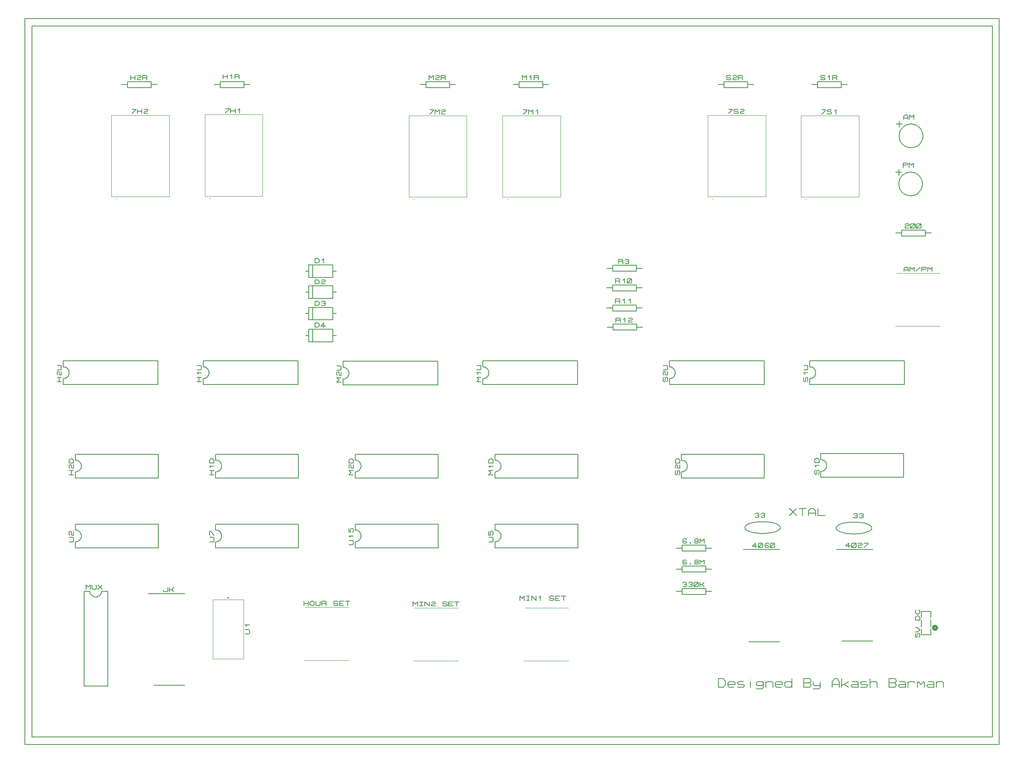
<source format=gbr>
G04 PROTEUS GERBER X2 FILE*
%TF.GenerationSoftware,Labcenter,Proteus,8.11-SP0-Build30052*%
%TF.CreationDate,2021-11-27T06:41:44+00:00*%
%TF.FileFunction,Legend,Top*%
%TF.FilePolarity,Positive*%
%TF.Part,Single*%
%TF.SameCoordinates,{e397242e-da90-49e6-b63e-a6f9376aac74}*%
%FSLAX45Y45*%
%MOMM*%
G01*
%TA.AperFunction,Profile*%
%ADD26C,0.203200*%
%TA.AperFunction,Material*%
%ADD27C,0.100000*%
%ADD28C,0.203200*%
%ADD29C,0.200000*%
%ADD72C,0.508000*%
%ADD73C,0.152400*%
%TD.AperFunction*%
D26*
X-19350000Y+21790000D02*
X+1550000Y+21790000D01*
X+1550000Y+37360000D01*
X-19350000Y+37360000D01*
X-19350000Y+21790000D01*
D27*
X-2702000Y+33527000D02*
X-1462000Y+33527000D01*
X-1462000Y+35277000D01*
X-2702000Y+35277000D01*
X-2702000Y+33527000D01*
X-2602000Y+33482000D02*
X-2597000Y+33477000D01*
X-2592000Y+33482000D01*
X-2597000Y+33487000D01*
X-2602000Y+33482000D01*
D28*
X-2256625Y+35403920D02*
X-2177250Y+35403920D01*
X-2177250Y+35388680D01*
X-2256625Y+35312480D01*
X-2145500Y+35327720D02*
X-2129625Y+35312480D01*
X-2066125Y+35312480D01*
X-2050250Y+35327720D01*
X-2050250Y+35342960D01*
X-2066125Y+35358200D01*
X-2129625Y+35358200D01*
X-2145500Y+35373440D01*
X-2145500Y+35388680D01*
X-2129625Y+35403920D01*
X-2066125Y+35403920D01*
X-2050250Y+35388680D01*
X-1986750Y+35373440D02*
X-1955000Y+35403920D01*
X-1955000Y+35312480D01*
D27*
X-4702000Y+33537000D02*
X-3462000Y+33537000D01*
X-3462000Y+35287000D01*
X-4702000Y+35287000D01*
X-4702000Y+33537000D01*
X-4602000Y+33492000D02*
X-4597000Y+33487000D01*
X-4592000Y+33492000D01*
X-4597000Y+33497000D01*
X-4602000Y+33492000D01*
D28*
X-4256625Y+35413920D02*
X-4177250Y+35413920D01*
X-4177250Y+35398680D01*
X-4256625Y+35322480D01*
X-4145500Y+35337720D02*
X-4129625Y+35322480D01*
X-4066125Y+35322480D01*
X-4050250Y+35337720D01*
X-4050250Y+35352960D01*
X-4066125Y+35368200D01*
X-4129625Y+35368200D01*
X-4145500Y+35383440D01*
X-4145500Y+35398680D01*
X-4129625Y+35413920D01*
X-4066125Y+35413920D01*
X-4050250Y+35398680D01*
X-4002625Y+35398680D02*
X-3986750Y+35413920D01*
X-3939125Y+35413920D01*
X-3923250Y+35398680D01*
X-3923250Y+35383440D01*
X-3939125Y+35368200D01*
X-3986750Y+35368200D01*
X-4002625Y+35352960D01*
X-4002625Y+35322480D01*
X-3923250Y+35322480D01*
D27*
X-9102000Y+33527000D02*
X-7862000Y+33527000D01*
X-7862000Y+35277000D01*
X-9102000Y+35277000D01*
X-9102000Y+33527000D01*
X-9002000Y+33482000D02*
X-8997000Y+33477000D01*
X-8992000Y+33482000D01*
X-8997000Y+33487000D01*
X-9002000Y+33482000D01*
D28*
X-8656625Y+35403920D02*
X-8577250Y+35403920D01*
X-8577250Y+35388680D01*
X-8656625Y+35312480D01*
X-8545500Y+35312480D02*
X-8545500Y+35403920D01*
X-8497875Y+35358200D01*
X-8450250Y+35403920D01*
X-8450250Y+35312480D01*
X-8386750Y+35373440D02*
X-8355000Y+35403920D01*
X-8355000Y+35312480D01*
D27*
X-11112000Y+33527000D02*
X-9872000Y+33527000D01*
X-9872000Y+35277000D01*
X-11112000Y+35277000D01*
X-11112000Y+33527000D01*
X-11012000Y+33482000D02*
X-11007000Y+33477000D01*
X-11002000Y+33482000D01*
X-11007000Y+33487000D01*
X-11012000Y+33482000D01*
D28*
X-10666625Y+35403920D02*
X-10587250Y+35403920D01*
X-10587250Y+35388680D01*
X-10666625Y+35312480D01*
X-10555500Y+35312480D02*
X-10555500Y+35403920D01*
X-10507875Y+35358200D01*
X-10460250Y+35403920D01*
X-10460250Y+35312480D01*
X-10412625Y+35388680D02*
X-10396750Y+35403920D01*
X-10349125Y+35403920D01*
X-10333250Y+35388680D01*
X-10333250Y+35373440D01*
X-10349125Y+35358200D01*
X-10396750Y+35358200D01*
X-10412625Y+35342960D01*
X-10412625Y+35312480D01*
X-10333250Y+35312480D01*
D27*
X-15492000Y+33547000D02*
X-14252000Y+33547000D01*
X-14252000Y+35297000D01*
X-15492000Y+35297000D01*
X-15492000Y+33547000D01*
X-15392000Y+33502000D02*
X-15387000Y+33497000D01*
X-15382000Y+33502000D01*
X-15387000Y+33507000D01*
X-15392000Y+33502000D01*
D28*
X-15046625Y+35423920D02*
X-14967250Y+35423920D01*
X-14967250Y+35408680D01*
X-15046625Y+35332480D01*
X-14935500Y+35332480D02*
X-14935500Y+35423920D01*
X-14840250Y+35423920D02*
X-14840250Y+35332480D01*
X-14935500Y+35378200D02*
X-14840250Y+35378200D01*
X-14776750Y+35393440D02*
X-14745000Y+35423920D01*
X-14745000Y+35332480D01*
D27*
X-17492000Y+33537000D02*
X-16252000Y+33537000D01*
X-16252000Y+35287000D01*
X-17492000Y+35287000D01*
X-17492000Y+33537000D01*
X-17392000Y+33492000D02*
X-17387000Y+33487000D01*
X-17382000Y+33492000D01*
X-17387000Y+33497000D01*
X-17392000Y+33492000D01*
D28*
X-17046625Y+35413920D02*
X-16967250Y+35413920D01*
X-16967250Y+35398680D01*
X-17046625Y+35322480D01*
X-16935500Y+35322480D02*
X-16935500Y+35413920D01*
X-16840250Y+35413920D02*
X-16840250Y+35322480D01*
X-16935500Y+35368200D02*
X-16840250Y+35368200D01*
X-16792625Y+35398680D02*
X-16776750Y+35413920D01*
X-16729125Y+35413920D01*
X-16713250Y+35398680D01*
X-16713250Y+35383440D01*
X-16729125Y+35368200D01*
X-16776750Y+35368200D01*
X-16792625Y+35352960D01*
X-16792625Y+35322480D01*
X-16713250Y+35322480D01*
X-2277000Y+27898000D02*
X-2277000Y+28025000D01*
X-2277000Y+27517000D02*
X-2277000Y+27644000D01*
X-2150000Y+27771000D02*
X-2152436Y+27796876D01*
X-2159485Y+27820848D01*
X-2170762Y+27842438D01*
X-2185878Y+27861170D01*
X-2204446Y+27876569D01*
X-2226081Y+27888158D01*
X-2250394Y+27895460D01*
X-2277000Y+27898000D01*
X-2150000Y+27771000D02*
X-2152436Y+27744394D01*
X-2159485Y+27720081D01*
X-2170762Y+27698446D01*
X-2185878Y+27679878D01*
X-2204446Y+27664762D01*
X-2226081Y+27653485D01*
X-2250394Y+27646436D01*
X-2277000Y+27644000D01*
X-2277000Y+27517000D02*
X-499000Y+27517000D01*
X-499000Y+28025000D01*
X-2277000Y+28025000D01*
X-2332880Y+27580500D02*
X-2317640Y+27596375D01*
X-2317640Y+27659875D01*
X-2332880Y+27675750D01*
X-2348120Y+27675750D01*
X-2363360Y+27659875D01*
X-2363360Y+27596375D01*
X-2378600Y+27580500D01*
X-2393840Y+27580500D01*
X-2409080Y+27596375D01*
X-2409080Y+27659875D01*
X-2393840Y+27675750D01*
X-2378600Y+27739250D02*
X-2409080Y+27771000D01*
X-2317640Y+27771000D01*
X-2317640Y+27834500D02*
X-2409080Y+27834500D01*
X-2409080Y+27898000D01*
X-2378600Y+27929750D01*
X-2348120Y+27929750D01*
X-2317640Y+27898000D01*
X-2317640Y+27834500D01*
X-2517000Y+29507000D02*
X-2517000Y+29634000D01*
X-2390000Y+29761000D02*
X-2392436Y+29786876D01*
X-2399485Y+29810848D01*
X-2410762Y+29832438D01*
X-2425878Y+29851170D01*
X-2444446Y+29866569D01*
X-2466081Y+29878158D01*
X-2490394Y+29885460D01*
X-2517000Y+29888000D01*
X-2390000Y+29761000D02*
X-2392436Y+29734394D01*
X-2399485Y+29710081D01*
X-2410762Y+29688446D01*
X-2425878Y+29669878D01*
X-2444446Y+29654762D01*
X-2466081Y+29643485D01*
X-2490394Y+29636436D01*
X-2517000Y+29634000D01*
X-2517000Y+29888000D02*
X-2517000Y+30015000D01*
X-485000Y+29507000D02*
X-485000Y+30015000D01*
X-2517000Y+29507000D02*
X-485000Y+29507000D01*
X-485000Y+30015000D02*
X-2517000Y+30015000D01*
X-2572880Y+29570500D02*
X-2557640Y+29586375D01*
X-2557640Y+29649875D01*
X-2572880Y+29665750D01*
X-2588120Y+29665750D01*
X-2603360Y+29649875D01*
X-2603360Y+29586375D01*
X-2618600Y+29570500D01*
X-2633840Y+29570500D01*
X-2649080Y+29586375D01*
X-2649080Y+29649875D01*
X-2633840Y+29665750D01*
X-2618600Y+29729250D02*
X-2649080Y+29761000D01*
X-2557640Y+29761000D01*
X-2649080Y+29824500D02*
X-2572880Y+29824500D01*
X-2557640Y+29840375D01*
X-2557640Y+29903875D01*
X-2572880Y+29919750D01*
X-2649080Y+29919750D01*
X-5267000Y+27888000D02*
X-5267000Y+28015000D01*
X-5267000Y+27507000D02*
X-5267000Y+27634000D01*
X-5140000Y+27761000D02*
X-5142436Y+27786876D01*
X-5149485Y+27810848D01*
X-5160762Y+27832438D01*
X-5175878Y+27851170D01*
X-5194446Y+27866569D01*
X-5216081Y+27878158D01*
X-5240394Y+27885460D01*
X-5267000Y+27888000D01*
X-5140000Y+27761000D02*
X-5142436Y+27734394D01*
X-5149485Y+27710081D01*
X-5160762Y+27688446D01*
X-5175878Y+27669878D01*
X-5194446Y+27654762D01*
X-5216081Y+27643485D01*
X-5240394Y+27636436D01*
X-5267000Y+27634000D01*
X-5267000Y+27507000D02*
X-3489000Y+27507000D01*
X-3489000Y+28015000D01*
X-5267000Y+28015000D01*
X-5322880Y+27570500D02*
X-5307640Y+27586375D01*
X-5307640Y+27649875D01*
X-5322880Y+27665750D01*
X-5338120Y+27665750D01*
X-5353360Y+27649875D01*
X-5353360Y+27586375D01*
X-5368600Y+27570500D01*
X-5383840Y+27570500D01*
X-5399080Y+27586375D01*
X-5399080Y+27649875D01*
X-5383840Y+27665750D01*
X-5383840Y+27713375D02*
X-5399080Y+27729250D01*
X-5399080Y+27776875D01*
X-5383840Y+27792750D01*
X-5368600Y+27792750D01*
X-5353360Y+27776875D01*
X-5353360Y+27729250D01*
X-5338120Y+27713375D01*
X-5307640Y+27713375D01*
X-5307640Y+27792750D01*
X-5307640Y+27824500D02*
X-5399080Y+27824500D01*
X-5399080Y+27888000D01*
X-5368600Y+27919750D01*
X-5338120Y+27919750D01*
X-5307640Y+27888000D01*
X-5307640Y+27824500D01*
X-5527000Y+29507000D02*
X-5527000Y+29634000D01*
X-5400000Y+29761000D02*
X-5402436Y+29786876D01*
X-5409485Y+29810848D01*
X-5420762Y+29832438D01*
X-5435878Y+29851170D01*
X-5454446Y+29866569D01*
X-5476081Y+29878158D01*
X-5500394Y+29885460D01*
X-5527000Y+29888000D01*
X-5400000Y+29761000D02*
X-5402436Y+29734394D01*
X-5409485Y+29710081D01*
X-5420762Y+29688446D01*
X-5435878Y+29669878D01*
X-5454446Y+29654762D01*
X-5476081Y+29643485D01*
X-5500394Y+29636436D01*
X-5527000Y+29634000D01*
X-5527000Y+29888000D02*
X-5527000Y+30015000D01*
X-3495000Y+29507000D02*
X-3495000Y+30015000D01*
X-5527000Y+29507000D02*
X-3495000Y+29507000D01*
X-3495000Y+30015000D02*
X-5527000Y+30015000D01*
X-5582880Y+29570500D02*
X-5567640Y+29586375D01*
X-5567640Y+29649875D01*
X-5582880Y+29665750D01*
X-5598120Y+29665750D01*
X-5613360Y+29649875D01*
X-5613360Y+29586375D01*
X-5628600Y+29570500D01*
X-5643840Y+29570500D01*
X-5659080Y+29586375D01*
X-5659080Y+29649875D01*
X-5643840Y+29665750D01*
X-5643840Y+29713375D02*
X-5659080Y+29729250D01*
X-5659080Y+29776875D01*
X-5643840Y+29792750D01*
X-5628600Y+29792750D01*
X-5613360Y+29776875D01*
X-5613360Y+29729250D01*
X-5598120Y+29713375D01*
X-5567640Y+29713375D01*
X-5567640Y+29792750D01*
X-5659080Y+29824500D02*
X-5582880Y+29824500D01*
X-5567640Y+29840375D01*
X-5567640Y+29903875D01*
X-5582880Y+29919750D01*
X-5659080Y+29919750D01*
X-9267000Y+27888000D02*
X-9267000Y+28015000D01*
X-9267000Y+27507000D02*
X-9267000Y+27634000D01*
X-9140000Y+27761000D02*
X-9142436Y+27786876D01*
X-9149485Y+27810848D01*
X-9160762Y+27832438D01*
X-9175878Y+27851170D01*
X-9194446Y+27866569D01*
X-9216081Y+27878158D01*
X-9240394Y+27885460D01*
X-9267000Y+27888000D01*
X-9140000Y+27761000D02*
X-9142436Y+27734394D01*
X-9149485Y+27710081D01*
X-9160762Y+27688446D01*
X-9175878Y+27669878D01*
X-9194446Y+27654762D01*
X-9216081Y+27643485D01*
X-9240394Y+27636436D01*
X-9267000Y+27634000D01*
X-9267000Y+27507000D02*
X-7489000Y+27507000D01*
X-7489000Y+28015000D01*
X-9267000Y+28015000D01*
X-9307640Y+27570500D02*
X-9399080Y+27570500D01*
X-9353360Y+27618125D01*
X-9399080Y+27665750D01*
X-9307640Y+27665750D01*
X-9368600Y+27729250D02*
X-9399080Y+27761000D01*
X-9307640Y+27761000D01*
X-9307640Y+27824500D02*
X-9399080Y+27824500D01*
X-9399080Y+27888000D01*
X-9368600Y+27919750D01*
X-9338120Y+27919750D01*
X-9307640Y+27888000D01*
X-9307640Y+27824500D01*
X-9527000Y+29507000D02*
X-9527000Y+29634000D01*
X-9400000Y+29761000D02*
X-9402436Y+29786876D01*
X-9409485Y+29810848D01*
X-9420762Y+29832438D01*
X-9435878Y+29851170D01*
X-9454446Y+29866569D01*
X-9476081Y+29878158D01*
X-9500394Y+29885460D01*
X-9527000Y+29888000D01*
X-9400000Y+29761000D02*
X-9402436Y+29734394D01*
X-9409485Y+29710081D01*
X-9420762Y+29688446D01*
X-9435878Y+29669878D01*
X-9454446Y+29654762D01*
X-9476081Y+29643485D01*
X-9500394Y+29636436D01*
X-9527000Y+29634000D01*
X-9527000Y+29888000D02*
X-9527000Y+30015000D01*
X-7495000Y+29507000D02*
X-7495000Y+30015000D01*
X-9527000Y+29507000D02*
X-7495000Y+29507000D01*
X-7495000Y+30015000D02*
X-9527000Y+30015000D01*
X-9567640Y+29570500D02*
X-9659080Y+29570500D01*
X-9613360Y+29618125D01*
X-9659080Y+29665750D01*
X-9567640Y+29665750D01*
X-9628600Y+29729250D02*
X-9659080Y+29761000D01*
X-9567640Y+29761000D01*
X-9659080Y+29824500D02*
X-9582880Y+29824500D01*
X-9567640Y+29840375D01*
X-9567640Y+29903875D01*
X-9582880Y+29919750D01*
X-9659080Y+29919750D01*
X-12267000Y+27888000D02*
X-12267000Y+28015000D01*
X-12267000Y+27507000D02*
X-12267000Y+27634000D01*
X-12140000Y+27761000D02*
X-12142436Y+27786876D01*
X-12149485Y+27810848D01*
X-12160762Y+27832438D01*
X-12175878Y+27851170D01*
X-12194446Y+27866569D01*
X-12216081Y+27878158D01*
X-12240394Y+27885460D01*
X-12267000Y+27888000D01*
X-12140000Y+27761000D02*
X-12142436Y+27734394D01*
X-12149485Y+27710081D01*
X-12160762Y+27688446D01*
X-12175878Y+27669878D01*
X-12194446Y+27654762D01*
X-12216081Y+27643485D01*
X-12240394Y+27636436D01*
X-12267000Y+27634000D01*
X-12267000Y+27507000D02*
X-10489000Y+27507000D01*
X-10489000Y+28015000D01*
X-12267000Y+28015000D01*
X-12307640Y+27570500D02*
X-12399080Y+27570500D01*
X-12353360Y+27618125D01*
X-12399080Y+27665750D01*
X-12307640Y+27665750D01*
X-12383840Y+27713375D02*
X-12399080Y+27729250D01*
X-12399080Y+27776875D01*
X-12383840Y+27792750D01*
X-12368600Y+27792750D01*
X-12353360Y+27776875D01*
X-12353360Y+27729250D01*
X-12338120Y+27713375D01*
X-12307640Y+27713375D01*
X-12307640Y+27792750D01*
X-12307640Y+27824500D02*
X-12399080Y+27824500D01*
X-12399080Y+27888000D01*
X-12368600Y+27919750D01*
X-12338120Y+27919750D01*
X-12307640Y+27888000D01*
X-12307640Y+27824500D01*
X-12527000Y+29497000D02*
X-12527000Y+29624000D01*
X-12400000Y+29751000D02*
X-12402436Y+29776876D01*
X-12409485Y+29800848D01*
X-12420762Y+29822438D01*
X-12435878Y+29841170D01*
X-12454446Y+29856569D01*
X-12476081Y+29868158D01*
X-12500394Y+29875460D01*
X-12527000Y+29878000D01*
X-12400000Y+29751000D02*
X-12402436Y+29724394D01*
X-12409485Y+29700081D01*
X-12420762Y+29678446D01*
X-12435878Y+29659878D01*
X-12454446Y+29644762D01*
X-12476081Y+29633485D01*
X-12500394Y+29626436D01*
X-12527000Y+29624000D01*
X-12527000Y+29878000D02*
X-12527000Y+30005000D01*
X-10495000Y+29497000D02*
X-10495000Y+30005000D01*
X-12527000Y+29497000D02*
X-10495000Y+29497000D01*
X-10495000Y+30005000D02*
X-12527000Y+30005000D01*
X-12567640Y+29560500D02*
X-12659080Y+29560500D01*
X-12613360Y+29608125D01*
X-12659080Y+29655750D01*
X-12567640Y+29655750D01*
X-12643840Y+29703375D02*
X-12659080Y+29719250D01*
X-12659080Y+29766875D01*
X-12643840Y+29782750D01*
X-12628600Y+29782750D01*
X-12613360Y+29766875D01*
X-12613360Y+29719250D01*
X-12598120Y+29703375D01*
X-12567640Y+29703375D01*
X-12567640Y+29782750D01*
X-12659080Y+29814500D02*
X-12582880Y+29814500D01*
X-12567640Y+29830375D01*
X-12567640Y+29893875D01*
X-12582880Y+29909750D01*
X-12659080Y+29909750D01*
X-15257000Y+27888000D02*
X-15257000Y+28015000D01*
X-15257000Y+27507000D02*
X-15257000Y+27634000D01*
X-15130000Y+27761000D02*
X-15132436Y+27786876D01*
X-15139485Y+27810848D01*
X-15150762Y+27832438D01*
X-15165878Y+27851170D01*
X-15184446Y+27866569D01*
X-15206081Y+27878158D01*
X-15230394Y+27885460D01*
X-15257000Y+27888000D01*
X-15130000Y+27761000D02*
X-15132436Y+27734394D01*
X-15139485Y+27710081D01*
X-15150762Y+27688446D01*
X-15165878Y+27669878D01*
X-15184446Y+27654762D01*
X-15206081Y+27643485D01*
X-15230394Y+27636436D01*
X-15257000Y+27634000D01*
X-15257000Y+27507000D02*
X-13479000Y+27507000D01*
X-13479000Y+28015000D01*
X-15257000Y+28015000D01*
X-15297640Y+27570500D02*
X-15389080Y+27570500D01*
X-15389080Y+27665750D02*
X-15297640Y+27665750D01*
X-15343360Y+27570500D02*
X-15343360Y+27665750D01*
X-15358600Y+27729250D02*
X-15389080Y+27761000D01*
X-15297640Y+27761000D01*
X-15297640Y+27824500D02*
X-15389080Y+27824500D01*
X-15389080Y+27888000D01*
X-15358600Y+27919750D01*
X-15328120Y+27919750D01*
X-15297640Y+27888000D01*
X-15297640Y+27824500D01*
X-15527000Y+29507000D02*
X-15527000Y+29634000D01*
X-15400000Y+29761000D02*
X-15402436Y+29786876D01*
X-15409485Y+29810848D01*
X-15420762Y+29832438D01*
X-15435878Y+29851170D01*
X-15454446Y+29866569D01*
X-15476081Y+29878158D01*
X-15500394Y+29885460D01*
X-15527000Y+29888000D01*
X-15400000Y+29761000D02*
X-15402436Y+29734394D01*
X-15409485Y+29710081D01*
X-15420762Y+29688446D01*
X-15435878Y+29669878D01*
X-15454446Y+29654762D01*
X-15476081Y+29643485D01*
X-15500394Y+29636436D01*
X-15527000Y+29634000D01*
X-15527000Y+29888000D02*
X-15527000Y+30015000D01*
X-13495000Y+29507000D02*
X-13495000Y+30015000D01*
X-15527000Y+29507000D02*
X-13495000Y+29507000D01*
X-13495000Y+30015000D02*
X-15527000Y+30015000D01*
X-15567640Y+29570500D02*
X-15659080Y+29570500D01*
X-15659080Y+29665750D02*
X-15567640Y+29665750D01*
X-15613360Y+29570500D02*
X-15613360Y+29665750D01*
X-15628600Y+29729250D02*
X-15659080Y+29761000D01*
X-15567640Y+29761000D01*
X-15659080Y+29824500D02*
X-15582880Y+29824500D01*
X-15567640Y+29840375D01*
X-15567640Y+29903875D01*
X-15582880Y+29919750D01*
X-15659080Y+29919750D01*
X-18267000Y+27888000D02*
X-18267000Y+28015000D01*
X-18267000Y+27507000D02*
X-18267000Y+27634000D01*
X-18140000Y+27761000D02*
X-18142436Y+27786876D01*
X-18149485Y+27810848D01*
X-18160762Y+27832438D01*
X-18175878Y+27851170D01*
X-18194446Y+27866569D01*
X-18216081Y+27878158D01*
X-18240394Y+27885460D01*
X-18267000Y+27888000D01*
X-18140000Y+27761000D02*
X-18142436Y+27734394D01*
X-18149485Y+27710081D01*
X-18160762Y+27688446D01*
X-18175878Y+27669878D01*
X-18194446Y+27654762D01*
X-18216081Y+27643485D01*
X-18240394Y+27636436D01*
X-18267000Y+27634000D01*
X-18267000Y+27507000D02*
X-16489000Y+27507000D01*
X-16489000Y+28015000D01*
X-18267000Y+28015000D01*
X-18307640Y+27570500D02*
X-18399080Y+27570500D01*
X-18399080Y+27665750D02*
X-18307640Y+27665750D01*
X-18353360Y+27570500D02*
X-18353360Y+27665750D01*
X-18383840Y+27713375D02*
X-18399080Y+27729250D01*
X-18399080Y+27776875D01*
X-18383840Y+27792750D01*
X-18368600Y+27792750D01*
X-18353360Y+27776875D01*
X-18353360Y+27729250D01*
X-18338120Y+27713375D01*
X-18307640Y+27713375D01*
X-18307640Y+27792750D01*
X-18307640Y+27824500D02*
X-18399080Y+27824500D01*
X-18399080Y+27888000D01*
X-18368600Y+27919750D01*
X-18338120Y+27919750D01*
X-18307640Y+27888000D01*
X-18307640Y+27824500D01*
X-18527000Y+29507000D02*
X-18527000Y+29634000D01*
X-18400000Y+29761000D02*
X-18402436Y+29786876D01*
X-18409485Y+29810848D01*
X-18420762Y+29832438D01*
X-18435878Y+29851170D01*
X-18454446Y+29866569D01*
X-18476081Y+29878158D01*
X-18500394Y+29885460D01*
X-18527000Y+29888000D01*
X-18400000Y+29761000D02*
X-18402436Y+29734394D01*
X-18409485Y+29710081D01*
X-18420762Y+29688446D01*
X-18435878Y+29669878D01*
X-18454446Y+29654762D01*
X-18476081Y+29643485D01*
X-18500394Y+29636436D01*
X-18527000Y+29634000D01*
X-18527000Y+29888000D02*
X-18527000Y+30015000D01*
X-16495000Y+29507000D02*
X-16495000Y+30015000D01*
X-18527000Y+29507000D02*
X-16495000Y+29507000D01*
X-16495000Y+30015000D02*
X-18527000Y+30015000D01*
X-18567640Y+29570500D02*
X-18659080Y+29570500D01*
X-18659080Y+29665750D02*
X-18567640Y+29665750D01*
X-18613360Y+29570500D02*
X-18613360Y+29665750D01*
X-18643840Y+29713375D02*
X-18659080Y+29729250D01*
X-18659080Y+29776875D01*
X-18643840Y+29792750D01*
X-18628600Y+29792750D01*
X-18613360Y+29776875D01*
X-18613360Y+29729250D01*
X-18598120Y+29713375D01*
X-18567640Y+29713375D01*
X-18567640Y+29792750D01*
X-18659080Y+29824500D02*
X-18582880Y+29824500D01*
X-18567640Y+29840375D01*
X-18567640Y+29903875D01*
X-18582880Y+29919750D01*
X-18659080Y+29919750D01*
X-18267000Y+26388000D02*
X-18267000Y+26515000D01*
X-18267000Y+26007000D02*
X-18267000Y+26134000D01*
X-18140000Y+26261000D02*
X-18142436Y+26286876D01*
X-18149485Y+26310848D01*
X-18160762Y+26332438D01*
X-18175878Y+26351170D01*
X-18194446Y+26366569D01*
X-18216081Y+26378158D01*
X-18240394Y+26385460D01*
X-18267000Y+26388000D01*
X-18140000Y+26261000D02*
X-18142436Y+26234394D01*
X-18149485Y+26210081D01*
X-18160762Y+26188446D01*
X-18175878Y+26169878D01*
X-18194446Y+26154762D01*
X-18216081Y+26143485D01*
X-18240394Y+26136436D01*
X-18267000Y+26134000D01*
X-18267000Y+26007000D02*
X-16489000Y+26007000D01*
X-16489000Y+26515000D01*
X-18267000Y+26515000D01*
X-18399080Y+26134000D02*
X-18322880Y+26134000D01*
X-18307640Y+26149875D01*
X-18307640Y+26213375D01*
X-18322880Y+26229250D01*
X-18399080Y+26229250D01*
X-18383840Y+26276875D02*
X-18399080Y+26292750D01*
X-18399080Y+26340375D01*
X-18383840Y+26356250D01*
X-18368600Y+26356250D01*
X-18353360Y+26340375D01*
X-18353360Y+26292750D01*
X-18338120Y+26276875D01*
X-18307640Y+26276875D01*
X-18307640Y+26356250D01*
X-9267000Y+26388000D02*
X-9267000Y+26515000D01*
X-9267000Y+26007000D02*
X-9267000Y+26134000D01*
X-9140000Y+26261000D02*
X-9142436Y+26286876D01*
X-9149485Y+26310848D01*
X-9160762Y+26332438D01*
X-9175878Y+26351170D01*
X-9194446Y+26366569D01*
X-9216081Y+26378158D01*
X-9240394Y+26385460D01*
X-9267000Y+26388000D01*
X-9140000Y+26261000D02*
X-9142436Y+26234394D01*
X-9149485Y+26210081D01*
X-9160762Y+26188446D01*
X-9175878Y+26169878D01*
X-9194446Y+26154762D01*
X-9216081Y+26143485D01*
X-9240394Y+26136436D01*
X-9267000Y+26134000D01*
X-9267000Y+26007000D02*
X-7489000Y+26007000D01*
X-7489000Y+26515000D01*
X-9267000Y+26515000D01*
X-9399080Y+26134000D02*
X-9322880Y+26134000D01*
X-9307640Y+26149875D01*
X-9307640Y+26213375D01*
X-9322880Y+26229250D01*
X-9399080Y+26229250D01*
X-9399080Y+26356250D02*
X-9399080Y+26276875D01*
X-9368600Y+26276875D01*
X-9368600Y+26340375D01*
X-9353360Y+26356250D01*
X-9322880Y+26356250D01*
X-9307640Y+26340375D01*
X-9307640Y+26292750D01*
X-9322880Y+26276875D01*
X-15257000Y+26388000D02*
X-15257000Y+26515000D01*
X-15257000Y+26007000D02*
X-15257000Y+26134000D01*
X-15130000Y+26261000D02*
X-15132436Y+26286876D01*
X-15139485Y+26310848D01*
X-15150762Y+26332438D01*
X-15165878Y+26351170D01*
X-15184446Y+26366569D01*
X-15206081Y+26378158D01*
X-15230394Y+26385460D01*
X-15257000Y+26388000D01*
X-15130000Y+26261000D02*
X-15132436Y+26234394D01*
X-15139485Y+26210081D01*
X-15150762Y+26188446D01*
X-15165878Y+26169878D01*
X-15184446Y+26154762D01*
X-15206081Y+26143485D01*
X-15230394Y+26136436D01*
X-15257000Y+26134000D01*
X-15257000Y+26007000D02*
X-13479000Y+26007000D01*
X-13479000Y+26515000D01*
X-15257000Y+26515000D01*
X-15389080Y+26134000D02*
X-15312880Y+26134000D01*
X-15297640Y+26149875D01*
X-15297640Y+26213375D01*
X-15312880Y+26229250D01*
X-15389080Y+26229250D01*
X-15389080Y+26276875D02*
X-15389080Y+26356250D01*
X-15373840Y+26356250D01*
X-15297640Y+26276875D01*
X-12267000Y+26388000D02*
X-12267000Y+26515000D01*
X-12267000Y+26007000D02*
X-12267000Y+26134000D01*
X-12140000Y+26261000D02*
X-12142436Y+26286876D01*
X-12149485Y+26310848D01*
X-12160762Y+26332438D01*
X-12175878Y+26351170D01*
X-12194446Y+26366569D01*
X-12216081Y+26378158D01*
X-12240394Y+26385460D01*
X-12267000Y+26388000D01*
X-12140000Y+26261000D02*
X-12142436Y+26234394D01*
X-12149485Y+26210081D01*
X-12160762Y+26188446D01*
X-12175878Y+26169878D01*
X-12194446Y+26154762D01*
X-12216081Y+26143485D01*
X-12240394Y+26136436D01*
X-12267000Y+26134000D01*
X-12267000Y+26007000D02*
X-10489000Y+26007000D01*
X-10489000Y+26515000D01*
X-12267000Y+26515000D01*
X-12399080Y+26070500D02*
X-12322880Y+26070500D01*
X-12307640Y+26086375D01*
X-12307640Y+26149875D01*
X-12322880Y+26165750D01*
X-12399080Y+26165750D01*
X-12368600Y+26229250D02*
X-12399080Y+26261000D01*
X-12307640Y+26261000D01*
X-12399080Y+26419750D02*
X-12399080Y+26340375D01*
X-12368600Y+26340375D01*
X-12368600Y+26403875D01*
X-12353360Y+26419750D01*
X-12322880Y+26419750D01*
X-12307640Y+26403875D01*
X-12307640Y+26356250D01*
X-12322880Y+26340375D01*
D29*
X-3943000Y+25970000D02*
X-3159800Y+25970000D01*
X-3820200Y+23990000D02*
X-3159800Y+23990000D01*
D28*
X-3648750Y+26040960D02*
X-3744000Y+26040960D01*
X-3680500Y+26101920D01*
X-3680500Y+26010480D01*
X-3617000Y+26025720D02*
X-3617000Y+26086680D01*
X-3601125Y+26101920D01*
X-3537625Y+26101920D01*
X-3521750Y+26086680D01*
X-3521750Y+26025720D01*
X-3537625Y+26010480D01*
X-3601125Y+26010480D01*
X-3617000Y+26025720D01*
X-3617000Y+26010480D02*
X-3521750Y+26101920D01*
X-3394750Y+26086680D02*
X-3410625Y+26101920D01*
X-3458250Y+26101920D01*
X-3474125Y+26086680D01*
X-3474125Y+26025720D01*
X-3458250Y+26010480D01*
X-3410625Y+26010480D01*
X-3394750Y+26025720D01*
X-3394750Y+26040960D01*
X-3410625Y+26056200D01*
X-3474125Y+26056200D01*
X-3363000Y+26025720D02*
X-3363000Y+26086680D01*
X-3347125Y+26101920D01*
X-3283625Y+26101920D01*
X-3267750Y+26086680D01*
X-3267750Y+26025720D01*
X-3283625Y+26010480D01*
X-3347125Y+26010480D01*
X-3363000Y+26025720D01*
X-3363000Y+26010480D02*
X-3267750Y+26101920D01*
D29*
X-1944000Y+25974000D02*
X-1160000Y+25974000D01*
X-1820000Y+24006000D02*
X-1160000Y+24006000D01*
D28*
X-1648750Y+26044960D02*
X-1744000Y+26044960D01*
X-1680500Y+26105920D01*
X-1680500Y+26014480D01*
X-1617000Y+26029720D02*
X-1617000Y+26090680D01*
X-1601125Y+26105920D01*
X-1537625Y+26105920D01*
X-1521750Y+26090680D01*
X-1521750Y+26029720D01*
X-1537625Y+26014480D01*
X-1601125Y+26014480D01*
X-1617000Y+26029720D01*
X-1617000Y+26014480D02*
X-1521750Y+26105920D01*
X-1474125Y+26090680D02*
X-1458250Y+26105920D01*
X-1410625Y+26105920D01*
X-1394750Y+26090680D01*
X-1394750Y+26075440D01*
X-1410625Y+26060200D01*
X-1458250Y+26060200D01*
X-1474125Y+26044960D01*
X-1474125Y+26014480D01*
X-1394750Y+26014480D01*
X-1347125Y+26105920D02*
X-1267750Y+26105920D01*
X-1267750Y+26090680D01*
X-1347125Y+26014480D01*
D27*
X-8625000Y+24721000D02*
X-7695000Y+24721000D01*
X-8655000Y+23581000D02*
X-7695000Y+23581000D01*
D28*
X-8733000Y+24876480D02*
X-8733000Y+24967920D01*
X-8685375Y+24922200D01*
X-8637750Y+24967920D01*
X-8637750Y+24876480D01*
X-8590125Y+24967920D02*
X-8526625Y+24967920D01*
X-8558375Y+24967920D02*
X-8558375Y+24876480D01*
X-8590125Y+24876480D02*
X-8526625Y+24876480D01*
X-8479000Y+24876480D02*
X-8479000Y+24967920D01*
X-8383750Y+24876480D01*
X-8383750Y+24967920D01*
X-8320250Y+24937440D02*
X-8288500Y+24967920D01*
X-8288500Y+24876480D01*
X-8098000Y+24891720D02*
X-8082125Y+24876480D01*
X-8018625Y+24876480D01*
X-8002750Y+24891720D01*
X-8002750Y+24906960D01*
X-8018625Y+24922200D01*
X-8082125Y+24922200D01*
X-8098000Y+24937440D01*
X-8098000Y+24952680D01*
X-8082125Y+24967920D01*
X-8018625Y+24967920D01*
X-8002750Y+24952680D01*
X-7875750Y+24876480D02*
X-7971000Y+24876480D01*
X-7971000Y+24967920D01*
X-7875750Y+24967920D01*
X-7971000Y+24922200D02*
X-7907500Y+24922200D01*
X-7844000Y+24967920D02*
X-7748750Y+24967920D01*
X-7796375Y+24967920D02*
X-7796375Y+24876480D01*
D27*
X-10995000Y+24721000D02*
X-10065000Y+24721000D01*
X-11025000Y+23581000D02*
X-10065000Y+23581000D01*
D28*
X-11023000Y+24756480D02*
X-11023000Y+24847920D01*
X-10975375Y+24802200D01*
X-10927750Y+24847920D01*
X-10927750Y+24756480D01*
X-10880125Y+24847920D02*
X-10816625Y+24847920D01*
X-10848375Y+24847920D02*
X-10848375Y+24756480D01*
X-10880125Y+24756480D02*
X-10816625Y+24756480D01*
X-10769000Y+24756480D02*
X-10769000Y+24847920D01*
X-10673750Y+24756480D01*
X-10673750Y+24847920D01*
X-10626125Y+24832680D02*
X-10610250Y+24847920D01*
X-10562625Y+24847920D01*
X-10546750Y+24832680D01*
X-10546750Y+24817440D01*
X-10562625Y+24802200D01*
X-10610250Y+24802200D01*
X-10626125Y+24786960D01*
X-10626125Y+24756480D01*
X-10546750Y+24756480D01*
X-10388000Y+24771720D02*
X-10372125Y+24756480D01*
X-10308625Y+24756480D01*
X-10292750Y+24771720D01*
X-10292750Y+24786960D01*
X-10308625Y+24802200D01*
X-10372125Y+24802200D01*
X-10388000Y+24817440D01*
X-10388000Y+24832680D01*
X-10372125Y+24847920D01*
X-10308625Y+24847920D01*
X-10292750Y+24832680D01*
X-10165750Y+24756480D02*
X-10261000Y+24756480D01*
X-10261000Y+24847920D01*
X-10165750Y+24847920D01*
X-10261000Y+24802200D02*
X-10197500Y+24802200D01*
X-10134000Y+24847920D02*
X-10038750Y+24847920D01*
X-10086375Y+24847920D02*
X-10086375Y+24756480D01*
D27*
X-13335000Y+24731000D02*
X-12405000Y+24731000D01*
X-13365000Y+23591000D02*
X-12405000Y+23591000D01*
D28*
X-13363000Y+24766480D02*
X-13363000Y+24857920D01*
X-13267750Y+24857920D02*
X-13267750Y+24766480D01*
X-13363000Y+24812200D02*
X-13267750Y+24812200D01*
X-13236000Y+24827440D02*
X-13204250Y+24857920D01*
X-13172500Y+24857920D01*
X-13140750Y+24827440D01*
X-13140750Y+24796960D01*
X-13172500Y+24766480D01*
X-13204250Y+24766480D01*
X-13236000Y+24796960D01*
X-13236000Y+24827440D01*
X-13109000Y+24857920D02*
X-13109000Y+24781720D01*
X-13093125Y+24766480D01*
X-13029625Y+24766480D01*
X-13013750Y+24781720D01*
X-13013750Y+24857920D01*
X-12982000Y+24766480D02*
X-12982000Y+24857920D01*
X-12902625Y+24857920D01*
X-12886750Y+24842680D01*
X-12886750Y+24827440D01*
X-12902625Y+24812200D01*
X-12982000Y+24812200D01*
X-12902625Y+24812200D02*
X-12886750Y+24796960D01*
X-12886750Y+24766480D01*
X-12728000Y+24781720D02*
X-12712125Y+24766480D01*
X-12648625Y+24766480D01*
X-12632750Y+24781720D01*
X-12632750Y+24796960D01*
X-12648625Y+24812200D01*
X-12712125Y+24812200D01*
X-12728000Y+24827440D01*
X-12728000Y+24842680D01*
X-12712125Y+24857920D01*
X-12648625Y+24857920D01*
X-12632750Y+24842680D01*
X-12505750Y+24766480D02*
X-12601000Y+24766480D01*
X-12601000Y+24857920D01*
X-12505750Y+24857920D01*
X-12601000Y+24812200D02*
X-12537500Y+24812200D01*
X-12474000Y+24857920D02*
X-12378750Y+24857920D01*
X-12426375Y+24857920D02*
X-12426375Y+24766480D01*
X-18083000Y+25077000D02*
X-17956000Y+25077000D01*
X-17829000Y+24950000D02*
X-17803124Y+24952436D01*
X-17779152Y+24959485D01*
X-17757562Y+24970762D01*
X-17738830Y+24985878D01*
X-17723431Y+25004446D01*
X-17711842Y+25026081D01*
X-17704540Y+25050394D01*
X-17702000Y+25077000D01*
X-17829000Y+24950000D02*
X-17855606Y+24952436D01*
X-17879919Y+24959485D01*
X-17901554Y+24970762D01*
X-17920122Y+24985878D01*
X-17935238Y+25004446D01*
X-17946515Y+25026081D01*
X-17953564Y+25050394D01*
X-17956000Y+25077000D01*
X-17702000Y+25077000D02*
X-17575000Y+25077000D01*
X-18083000Y+23045000D02*
X-17575000Y+23045000D01*
X-18083000Y+25077000D02*
X-18083000Y+23045000D01*
X-17575000Y+23045000D02*
X-17575000Y+25077000D01*
X-18039500Y+25117640D02*
X-18039500Y+25209080D01*
X-17991875Y+25163360D01*
X-17944250Y+25209080D01*
X-17944250Y+25117640D01*
X-17912500Y+25209080D02*
X-17912500Y+25132880D01*
X-17896625Y+25117640D01*
X-17833125Y+25117640D01*
X-17817250Y+25132880D01*
X-17817250Y+25209080D01*
X-17785500Y+25209080D02*
X-17690250Y+25117640D01*
X-17785500Y+25117640D02*
X-17690250Y+25209080D01*
D29*
X-16704000Y+25024000D02*
X-15920000Y+25024000D01*
X-16580000Y+23056000D02*
X-15920000Y+23056000D01*
D28*
X-16377000Y+25094960D02*
X-16377000Y+25079720D01*
X-16361125Y+25064480D01*
X-16297625Y+25064480D01*
X-16281750Y+25079720D01*
X-16281750Y+25155920D01*
X-16250000Y+25155920D02*
X-16250000Y+25064480D01*
X-16154750Y+25155920D02*
X-16202375Y+25110200D01*
X-16154750Y+25064480D01*
X-16250000Y+25110200D02*
X-16202375Y+25110200D01*
X-89000Y+34840000D02*
X-89827Y+34860483D01*
X-96545Y+34901450D01*
X-110563Y+34942417D01*
X-133341Y+34983384D01*
X-168141Y+35024229D01*
X-209108Y+35055845D01*
X-250075Y+35076392D01*
X-291042Y+35088629D01*
X-332009Y+35093762D01*
X-343000Y+35094000D01*
X-597000Y+34840000D02*
X-596173Y+34860483D01*
X-589455Y+34901450D01*
X-575437Y+34942417D01*
X-552659Y+34983384D01*
X-517859Y+35024229D01*
X-476892Y+35055845D01*
X-435925Y+35076392D01*
X-394958Y+35088629D01*
X-353991Y+35093762D01*
X-343000Y+35094000D01*
X-597000Y+34840000D02*
X-596173Y+34819517D01*
X-589455Y+34778550D01*
X-575437Y+34737583D01*
X-552659Y+34696616D01*
X-517859Y+34655771D01*
X-476892Y+34624155D01*
X-435925Y+34603608D01*
X-394958Y+34591371D01*
X-353991Y+34586238D01*
X-343000Y+34586000D01*
X-89000Y+34840000D02*
X-89827Y+34819517D01*
X-96545Y+34778550D01*
X-110563Y+34737583D01*
X-133341Y+34696616D01*
X-168141Y+34655771D01*
X-209108Y+34624155D01*
X-250075Y+34603608D01*
X-291042Y+34591371D01*
X-332009Y+34586238D01*
X-343000Y+34586000D01*
X-660500Y+35094000D02*
X-533500Y+35094000D01*
X-597000Y+35157500D02*
X-597000Y+35030500D01*
X-501750Y+35198140D02*
X-501750Y+35259100D01*
X-470000Y+35289580D01*
X-438250Y+35289580D01*
X-406500Y+35259100D01*
X-406500Y+35198140D01*
X-501750Y+35228620D02*
X-406500Y+35228620D01*
X-374750Y+35198140D02*
X-374750Y+35289580D01*
X-327125Y+35243860D01*
X-279500Y+35289580D01*
X-279500Y+35198140D01*
X-99000Y+33810000D02*
X-99827Y+33830483D01*
X-106545Y+33871450D01*
X-120563Y+33912417D01*
X-143341Y+33953384D01*
X-178141Y+33994229D01*
X-219108Y+34025845D01*
X-260075Y+34046392D01*
X-301042Y+34058629D01*
X-342009Y+34063762D01*
X-353000Y+34064000D01*
X-607000Y+33810000D02*
X-606173Y+33830483D01*
X-599455Y+33871450D01*
X-585437Y+33912417D01*
X-562659Y+33953384D01*
X-527859Y+33994229D01*
X-486892Y+34025845D01*
X-445925Y+34046392D01*
X-404958Y+34058629D01*
X-363991Y+34063762D01*
X-353000Y+34064000D01*
X-607000Y+33810000D02*
X-606173Y+33789517D01*
X-599455Y+33748550D01*
X-585437Y+33707583D01*
X-562659Y+33666616D01*
X-527859Y+33625771D01*
X-486892Y+33594155D01*
X-445925Y+33573608D01*
X-404958Y+33561371D01*
X-363991Y+33556238D01*
X-353000Y+33556000D01*
X-99000Y+33810000D02*
X-99827Y+33789517D01*
X-106545Y+33748550D01*
X-120563Y+33707583D01*
X-143341Y+33666616D01*
X-178141Y+33625771D01*
X-219108Y+33594155D01*
X-260075Y+33573608D01*
X-301042Y+33561371D01*
X-342009Y+33556238D01*
X-353000Y+33556000D01*
X-670500Y+34064000D02*
X-543500Y+34064000D01*
X-607000Y+34127500D02*
X-607000Y+34000500D01*
X-511750Y+34168140D02*
X-511750Y+34259580D01*
X-432375Y+34259580D01*
X-416500Y+34244340D01*
X-416500Y+34229100D01*
X-432375Y+34213860D01*
X-511750Y+34213860D01*
X-384750Y+34168140D02*
X-384750Y+34259580D01*
X-337125Y+34213860D01*
X-289500Y+34259580D01*
X-289500Y+34168140D01*
D27*
X-655000Y+31901000D02*
X+275000Y+31901000D01*
X-685000Y+30761000D02*
X+275000Y+30761000D01*
D28*
X-492500Y+31936480D02*
X-492500Y+31997440D01*
X-460750Y+32027920D01*
X-429000Y+32027920D01*
X-397250Y+31997440D01*
X-397250Y+31936480D01*
X-492500Y+31966960D02*
X-397250Y+31966960D01*
X-365500Y+31936480D02*
X-365500Y+32027920D01*
X-317875Y+31982200D01*
X-270250Y+32027920D01*
X-270250Y+31936480D01*
X-143250Y+32027920D02*
X-238500Y+31936480D01*
X-111500Y+31936480D02*
X-111500Y+32027920D01*
X-32125Y+32027920D01*
X-16250Y+32012680D01*
X-16250Y+31997440D01*
X-32125Y+31982200D01*
X-111500Y+31982200D01*
X+15500Y+31936480D02*
X+15500Y+32027920D01*
X+63125Y+31982200D01*
X+110750Y+32027920D01*
X+110750Y+31936480D01*
X-5383000Y+26000000D02*
X-5256000Y+26000000D01*
X-5256000Y+25936500D02*
X-4748000Y+25936500D01*
X-4748000Y+26063500D01*
X-5256000Y+26063500D01*
X-5256000Y+25936500D01*
X-4748000Y+26000000D02*
X-4621000Y+26000000D01*
X-5160750Y+26180340D02*
X-5176625Y+26195580D01*
X-5224250Y+26195580D01*
X-5240125Y+26180340D01*
X-5240125Y+26119380D01*
X-5224250Y+26104140D01*
X-5176625Y+26104140D01*
X-5160750Y+26119380D01*
X-5160750Y+26134620D01*
X-5176625Y+26149860D01*
X-5240125Y+26149860D01*
X-5081375Y+26119380D02*
X-5065500Y+26119380D01*
X-5065500Y+26104140D01*
X-5081375Y+26104140D01*
X-5081375Y+26119380D01*
X-4970250Y+26149860D02*
X-4986125Y+26165100D01*
X-4986125Y+26180340D01*
X-4970250Y+26195580D01*
X-4922625Y+26195580D01*
X-4906750Y+26180340D01*
X-4906750Y+26165100D01*
X-4922625Y+26149860D01*
X-4970250Y+26149860D01*
X-4986125Y+26134620D01*
X-4986125Y+26119380D01*
X-4970250Y+26104140D01*
X-4922625Y+26104140D01*
X-4906750Y+26119380D01*
X-4906750Y+26134620D01*
X-4922625Y+26149860D01*
X-4875000Y+26104140D02*
X-4875000Y+26195580D01*
X-4827375Y+26149860D01*
X-4779750Y+26195580D01*
X-4779750Y+26104140D01*
X-5383000Y+25550000D02*
X-5256000Y+25550000D01*
X-5256000Y+25486500D02*
X-4748000Y+25486500D01*
X-4748000Y+25613500D01*
X-5256000Y+25613500D01*
X-5256000Y+25486500D01*
X-4748000Y+25550000D02*
X-4621000Y+25550000D01*
X-5160750Y+25730340D02*
X-5176625Y+25745580D01*
X-5224250Y+25745580D01*
X-5240125Y+25730340D01*
X-5240125Y+25669380D01*
X-5224250Y+25654140D01*
X-5176625Y+25654140D01*
X-5160750Y+25669380D01*
X-5160750Y+25684620D01*
X-5176625Y+25699860D01*
X-5240125Y+25699860D01*
X-5081375Y+25669380D02*
X-5065500Y+25669380D01*
X-5065500Y+25654140D01*
X-5081375Y+25654140D01*
X-5081375Y+25669380D01*
X-4970250Y+25699860D02*
X-4986125Y+25715100D01*
X-4986125Y+25730340D01*
X-4970250Y+25745580D01*
X-4922625Y+25745580D01*
X-4906750Y+25730340D01*
X-4906750Y+25715100D01*
X-4922625Y+25699860D01*
X-4970250Y+25699860D01*
X-4986125Y+25684620D01*
X-4986125Y+25669380D01*
X-4970250Y+25654140D01*
X-4922625Y+25654140D01*
X-4906750Y+25669380D01*
X-4906750Y+25684620D01*
X-4922625Y+25699860D01*
X-4875000Y+25654140D02*
X-4875000Y+25745580D01*
X-4827375Y+25699860D01*
X-4779750Y+25745580D01*
X-4779750Y+25654140D01*
X-5383000Y+25070000D02*
X-5256000Y+25070000D01*
X-5256000Y+25006500D02*
X-4748000Y+25006500D01*
X-4748000Y+25133500D01*
X-5256000Y+25133500D01*
X-5256000Y+25006500D01*
X-4748000Y+25070000D02*
X-4621000Y+25070000D01*
X-5240125Y+25250340D02*
X-5224250Y+25265580D01*
X-5176625Y+25265580D01*
X-5160750Y+25250340D01*
X-5160750Y+25235100D01*
X-5176625Y+25219860D01*
X-5160750Y+25204620D01*
X-5160750Y+25189380D01*
X-5176625Y+25174140D01*
X-5224250Y+25174140D01*
X-5240125Y+25189380D01*
X-5208375Y+25219860D02*
X-5176625Y+25219860D01*
X-5113125Y+25250340D02*
X-5097250Y+25265580D01*
X-5049625Y+25265580D01*
X-5033750Y+25250340D01*
X-5033750Y+25235100D01*
X-5049625Y+25219860D01*
X-5033750Y+25204620D01*
X-5033750Y+25189380D01*
X-5049625Y+25174140D01*
X-5097250Y+25174140D01*
X-5113125Y+25189380D01*
X-5081375Y+25219860D02*
X-5049625Y+25219860D01*
X-5002000Y+25189380D02*
X-5002000Y+25250340D01*
X-4986125Y+25265580D01*
X-4922625Y+25265580D01*
X-4906750Y+25250340D01*
X-4906750Y+25189380D01*
X-4922625Y+25174140D01*
X-4986125Y+25174140D01*
X-5002000Y+25189380D01*
X-5002000Y+25174140D02*
X-4906750Y+25265580D01*
X-4875000Y+25265580D02*
X-4875000Y+25174140D01*
X-4779750Y+25265580D02*
X-4827375Y+25219860D01*
X-4779750Y+25174140D01*
X-4875000Y+25219860D02*
X-4827375Y+25219860D01*
X-3907000Y+26440000D02*
X-3899484Y+26465876D01*
X-3877830Y+26489848D01*
X-3843376Y+26511438D01*
X-3797462Y+26530170D01*
X-3741428Y+26545569D01*
X-3676614Y+26557158D01*
X-3604358Y+26564460D01*
X-3526000Y+26567000D01*
X-3145000Y+26440000D02*
X-3152620Y+26465876D01*
X-3174528Y+26489848D01*
X-3209294Y+26511438D01*
X-3255490Y+26530170D01*
X-3311688Y+26545569D01*
X-3376458Y+26557158D01*
X-3448371Y+26564460D01*
X-3526000Y+26567000D01*
X-3145000Y+26440000D02*
X-3152620Y+26414124D01*
X-3174528Y+26390152D01*
X-3209294Y+26368562D01*
X-3255490Y+26349830D01*
X-3311688Y+26334431D01*
X-3376458Y+26322842D01*
X-3448371Y+26315540D01*
X-3526000Y+26313000D01*
X-3907000Y+26440000D02*
X-3899484Y+26414124D01*
X-3877830Y+26390152D01*
X-3843376Y+26368562D01*
X-3797462Y+26349830D01*
X-3741428Y+26334431D01*
X-3676614Y+26322842D01*
X-3604358Y+26315540D01*
X-3526000Y+26313000D01*
X-3687125Y+26733840D02*
X-3671250Y+26749080D01*
X-3623625Y+26749080D01*
X-3607750Y+26733840D01*
X-3607750Y+26718600D01*
X-3623625Y+26703360D01*
X-3607750Y+26688120D01*
X-3607750Y+26672880D01*
X-3623625Y+26657640D01*
X-3671250Y+26657640D01*
X-3687125Y+26672880D01*
X-3655375Y+26703360D02*
X-3623625Y+26703360D01*
X-3560125Y+26733840D02*
X-3544250Y+26749080D01*
X-3496625Y+26749080D01*
X-3480750Y+26733840D01*
X-3480750Y+26718600D01*
X-3496625Y+26703360D01*
X-3480750Y+26688120D01*
X-3480750Y+26672880D01*
X-3496625Y+26657640D01*
X-3544250Y+26657640D01*
X-3560125Y+26672880D01*
X-3528375Y+26703360D02*
X-3496625Y+26703360D01*
X-1947000Y+26430000D02*
X-1939484Y+26455876D01*
X-1917830Y+26479848D01*
X-1883376Y+26501438D01*
X-1837462Y+26520170D01*
X-1781428Y+26535569D01*
X-1716614Y+26547158D01*
X-1644358Y+26554460D01*
X-1566000Y+26557000D01*
X-1185000Y+26430000D02*
X-1192620Y+26455876D01*
X-1214528Y+26479848D01*
X-1249294Y+26501438D01*
X-1295490Y+26520170D01*
X-1351688Y+26535569D01*
X-1416458Y+26547158D01*
X-1488371Y+26554460D01*
X-1566000Y+26557000D01*
X-1185000Y+26430000D02*
X-1192620Y+26404124D01*
X-1214528Y+26380152D01*
X-1249294Y+26358562D01*
X-1295490Y+26339830D01*
X-1351688Y+26324431D01*
X-1416458Y+26312842D01*
X-1488371Y+26305540D01*
X-1566000Y+26303000D01*
X-1947000Y+26430000D02*
X-1939484Y+26404124D01*
X-1917830Y+26380152D01*
X-1883376Y+26358562D01*
X-1837462Y+26339830D01*
X-1781428Y+26324431D01*
X-1716614Y+26312842D01*
X-1644358Y+26305540D01*
X-1566000Y+26303000D01*
X-1577125Y+26723840D02*
X-1561250Y+26739080D01*
X-1513625Y+26739080D01*
X-1497750Y+26723840D01*
X-1497750Y+26708600D01*
X-1513625Y+26693360D01*
X-1497750Y+26678120D01*
X-1497750Y+26662880D01*
X-1513625Y+26647640D01*
X-1561250Y+26647640D01*
X-1577125Y+26662880D01*
X-1545375Y+26693360D02*
X-1513625Y+26693360D01*
X-1450125Y+26723840D02*
X-1434250Y+26739080D01*
X-1386625Y+26739080D01*
X-1370750Y+26723840D01*
X-1370750Y+26708600D01*
X-1386625Y+26693360D01*
X-1370750Y+26678120D01*
X-1370750Y+26662880D01*
X-1386625Y+26647640D01*
X-1434250Y+26647640D01*
X-1450125Y+26662880D01*
X-1418375Y+26693360D02*
X-1386625Y+26693360D01*
X-2473000Y+35940000D02*
X-2346000Y+35940000D01*
X-2346000Y+35876500D02*
X-1838000Y+35876500D01*
X-1838000Y+36003500D01*
X-2346000Y+36003500D01*
X-2346000Y+35876500D01*
X-1838000Y+35940000D02*
X-1711000Y+35940000D01*
X-2282500Y+36059380D02*
X-2266625Y+36044140D01*
X-2203125Y+36044140D01*
X-2187250Y+36059380D01*
X-2187250Y+36074620D01*
X-2203125Y+36089860D01*
X-2266625Y+36089860D01*
X-2282500Y+36105100D01*
X-2282500Y+36120340D01*
X-2266625Y+36135580D01*
X-2203125Y+36135580D01*
X-2187250Y+36120340D01*
X-2123750Y+36105100D02*
X-2092000Y+36135580D01*
X-2092000Y+36044140D01*
X-2028500Y+36044140D02*
X-2028500Y+36135580D01*
X-1949125Y+36135580D01*
X-1933250Y+36120340D01*
X-1933250Y+36105100D01*
X-1949125Y+36089860D01*
X-2028500Y+36089860D01*
X-1949125Y+36089860D02*
X-1933250Y+36074620D01*
X-1933250Y+36044140D01*
X-17273000Y+35940000D02*
X-17146000Y+35940000D01*
X-17146000Y+35876500D02*
X-16638000Y+35876500D01*
X-16638000Y+36003500D01*
X-17146000Y+36003500D01*
X-17146000Y+35876500D01*
X-16638000Y+35940000D02*
X-16511000Y+35940000D01*
X-17082500Y+36044140D02*
X-17082500Y+36135580D01*
X-16987250Y+36135580D02*
X-16987250Y+36044140D01*
X-17082500Y+36089860D02*
X-16987250Y+36089860D01*
X-16939625Y+36120340D02*
X-16923750Y+36135580D01*
X-16876125Y+36135580D01*
X-16860250Y+36120340D01*
X-16860250Y+36105100D01*
X-16876125Y+36089860D01*
X-16923750Y+36089860D01*
X-16939625Y+36074620D01*
X-16939625Y+36044140D01*
X-16860250Y+36044140D01*
X-16828500Y+36044140D02*
X-16828500Y+36135580D01*
X-16749125Y+36135580D01*
X-16733250Y+36120340D01*
X-16733250Y+36105100D01*
X-16749125Y+36089860D01*
X-16828500Y+36089860D01*
X-16749125Y+36089860D02*
X-16733250Y+36074620D01*
X-16733250Y+36044140D01*
X-10873000Y+35940000D02*
X-10746000Y+35940000D01*
X-10746000Y+35876500D02*
X-10238000Y+35876500D01*
X-10238000Y+36003500D01*
X-10746000Y+36003500D01*
X-10746000Y+35876500D01*
X-10238000Y+35940000D02*
X-10111000Y+35940000D01*
X-10682500Y+36044140D02*
X-10682500Y+36135580D01*
X-10634875Y+36089860D01*
X-10587250Y+36135580D01*
X-10587250Y+36044140D01*
X-10539625Y+36120340D02*
X-10523750Y+36135580D01*
X-10476125Y+36135580D01*
X-10460250Y+36120340D01*
X-10460250Y+36105100D01*
X-10476125Y+36089860D01*
X-10523750Y+36089860D01*
X-10539625Y+36074620D01*
X-10539625Y+36044140D01*
X-10460250Y+36044140D01*
X-10428500Y+36044140D02*
X-10428500Y+36135580D01*
X-10349125Y+36135580D01*
X-10333250Y+36120340D01*
X-10333250Y+36105100D01*
X-10349125Y+36089860D01*
X-10428500Y+36089860D01*
X-10349125Y+36089860D02*
X-10333250Y+36074620D01*
X-10333250Y+36044140D01*
X-13261080Y+31807920D02*
X-12742920Y+31807920D01*
X-12742920Y+32074620D01*
X-13261080Y+32074620D01*
X-13261080Y+31807920D01*
X-13179800Y+32072080D02*
X-13179800Y+31810460D01*
X-13332200Y+31940000D02*
X-13261080Y+31940000D01*
X-12742920Y+31940000D02*
X-12671800Y+31940000D01*
X-13129000Y+32115260D02*
X-13129000Y+32206700D01*
X-13065500Y+32206700D01*
X-13033750Y+32176220D01*
X-13033750Y+32145740D01*
X-13065500Y+32115260D01*
X-13129000Y+32115260D01*
X-12970250Y+32176220D02*
X-12938500Y+32206700D01*
X-12938500Y+32115260D01*
X-13261080Y+31357920D02*
X-12742920Y+31357920D01*
X-12742920Y+31624620D01*
X-13261080Y+31624620D01*
X-13261080Y+31357920D01*
X-13179800Y+31622080D02*
X-13179800Y+31360460D01*
X-13332200Y+31490000D02*
X-13261080Y+31490000D01*
X-12742920Y+31490000D02*
X-12671800Y+31490000D01*
X-13129000Y+31665260D02*
X-13129000Y+31756700D01*
X-13065500Y+31756700D01*
X-13033750Y+31726220D01*
X-13033750Y+31695740D01*
X-13065500Y+31665260D01*
X-13129000Y+31665260D01*
X-12986125Y+31741460D02*
X-12970250Y+31756700D01*
X-12922625Y+31756700D01*
X-12906750Y+31741460D01*
X-12906750Y+31726220D01*
X-12922625Y+31710980D01*
X-12970250Y+31710980D01*
X-12986125Y+31695740D01*
X-12986125Y+31665260D01*
X-12906750Y+31665260D01*
X-13261080Y+30897920D02*
X-12742920Y+30897920D01*
X-12742920Y+31164620D01*
X-13261080Y+31164620D01*
X-13261080Y+30897920D01*
X-13179800Y+31162080D02*
X-13179800Y+30900460D01*
X-13332200Y+31030000D02*
X-13261080Y+31030000D01*
X-12742920Y+31030000D02*
X-12671800Y+31030000D01*
X-13129000Y+31205260D02*
X-13129000Y+31296700D01*
X-13065500Y+31296700D01*
X-13033750Y+31266220D01*
X-13033750Y+31235740D01*
X-13065500Y+31205260D01*
X-13129000Y+31205260D01*
X-12986125Y+31281460D02*
X-12970250Y+31296700D01*
X-12922625Y+31296700D01*
X-12906750Y+31281460D01*
X-12906750Y+31266220D01*
X-12922625Y+31250980D01*
X-12906750Y+31235740D01*
X-12906750Y+31220500D01*
X-12922625Y+31205260D01*
X-12970250Y+31205260D01*
X-12986125Y+31220500D01*
X-12954375Y+31250980D02*
X-12922625Y+31250980D01*
X-13261080Y+30427920D02*
X-12742920Y+30427920D01*
X-12742920Y+30694620D01*
X-13261080Y+30694620D01*
X-13261080Y+30427920D01*
X-13179800Y+30692080D02*
X-13179800Y+30430460D01*
X-13332200Y+30560000D02*
X-13261080Y+30560000D01*
X-12742920Y+30560000D02*
X-12671800Y+30560000D01*
X-13129000Y+30735260D02*
X-13129000Y+30826700D01*
X-13065500Y+30826700D01*
X-13033750Y+30796220D01*
X-13033750Y+30765740D01*
X-13065500Y+30735260D01*
X-13129000Y+30735260D01*
X-12906750Y+30765740D02*
X-13002000Y+30765740D01*
X-12938500Y+30826700D01*
X-12938500Y+30735260D01*
X-15283000Y+35944000D02*
X-15156000Y+35944000D01*
X-15156000Y+35880500D02*
X-14648000Y+35880500D01*
X-14648000Y+36007500D01*
X-15156000Y+36007500D01*
X-15156000Y+35880500D01*
X-14648000Y+35944000D02*
X-14521000Y+35944000D01*
X-15102500Y+36068140D02*
X-15102500Y+36159580D01*
X-15007250Y+36159580D02*
X-15007250Y+36068140D01*
X-15102500Y+36113860D02*
X-15007250Y+36113860D01*
X-14943750Y+36129100D02*
X-14912000Y+36159580D01*
X-14912000Y+36068140D01*
X-14848500Y+36068140D02*
X-14848500Y+36159580D01*
X-14769125Y+36159580D01*
X-14753250Y+36144340D01*
X-14753250Y+36129100D01*
X-14769125Y+36113860D01*
X-14848500Y+36113860D01*
X-14769125Y+36113860D02*
X-14753250Y+36098620D01*
X-14753250Y+36068140D01*
X-8873000Y+35944000D02*
X-8746000Y+35944000D01*
X-8746000Y+35880500D02*
X-8238000Y+35880500D01*
X-8238000Y+36007500D01*
X-8746000Y+36007500D01*
X-8746000Y+35880500D01*
X-8238000Y+35944000D02*
X-8111000Y+35944000D01*
X-8682500Y+36048140D02*
X-8682500Y+36139580D01*
X-8634875Y+36093860D01*
X-8587250Y+36139580D01*
X-8587250Y+36048140D01*
X-8523750Y+36109100D02*
X-8492000Y+36139580D01*
X-8492000Y+36048140D01*
X-8428500Y+36048140D02*
X-8428500Y+36139580D01*
X-8349125Y+36139580D01*
X-8333250Y+36124340D01*
X-8333250Y+36109100D01*
X-8349125Y+36093860D01*
X-8428500Y+36093860D01*
X-8349125Y+36093860D02*
X-8333250Y+36078620D01*
X-8333250Y+36048140D01*
X-4483000Y+35940000D02*
X-4356000Y+35940000D01*
X-4356000Y+35876500D02*
X-3848000Y+35876500D01*
X-3848000Y+36003500D01*
X-4356000Y+36003500D01*
X-4356000Y+35876500D01*
X-3848000Y+35940000D02*
X-3721000Y+35940000D01*
X-4302500Y+36059380D02*
X-4286625Y+36044140D01*
X-4223125Y+36044140D01*
X-4207250Y+36059380D01*
X-4207250Y+36074620D01*
X-4223125Y+36089860D01*
X-4286625Y+36089860D01*
X-4302500Y+36105100D01*
X-4302500Y+36120340D01*
X-4286625Y+36135580D01*
X-4223125Y+36135580D01*
X-4207250Y+36120340D01*
X-4159625Y+36120340D02*
X-4143750Y+36135580D01*
X-4096125Y+36135580D01*
X-4080250Y+36120340D01*
X-4080250Y+36105100D01*
X-4096125Y+36089860D01*
X-4143750Y+36089860D01*
X-4159625Y+36074620D01*
X-4159625Y+36044140D01*
X-4080250Y+36044140D01*
X-4048500Y+36044140D02*
X-4048500Y+36135580D01*
X-3969125Y+36135580D01*
X-3953250Y+36120340D01*
X-3953250Y+36105100D01*
X-3969125Y+36089860D01*
X-4048500Y+36089860D01*
X-3969125Y+36089860D02*
X-3953250Y+36074620D01*
X-3953250Y+36044140D01*
X-673000Y+32760000D02*
X-546000Y+32760000D01*
X-546000Y+32696500D02*
X-38000Y+32696500D01*
X-38000Y+32823500D01*
X-546000Y+32823500D01*
X-546000Y+32696500D01*
X-38000Y+32760000D02*
X+89000Y+32760000D01*
X-466625Y+32940340D02*
X-450750Y+32955580D01*
X-403125Y+32955580D01*
X-387250Y+32940340D01*
X-387250Y+32925100D01*
X-403125Y+32909860D01*
X-450750Y+32909860D01*
X-466625Y+32894620D01*
X-466625Y+32864140D01*
X-387250Y+32864140D01*
X-355500Y+32879380D02*
X-355500Y+32940340D01*
X-339625Y+32955580D01*
X-276125Y+32955580D01*
X-260250Y+32940340D01*
X-260250Y+32879380D01*
X-276125Y+32864140D01*
X-339625Y+32864140D01*
X-355500Y+32879380D01*
X-355500Y+32864140D02*
X-260250Y+32955580D01*
X-228500Y+32879380D02*
X-228500Y+32940340D01*
X-212625Y+32955580D01*
X-149125Y+32955580D01*
X-133250Y+32940340D01*
X-133250Y+32879380D01*
X-149125Y+32864140D01*
X-212625Y+32864140D01*
X-228500Y+32879380D01*
X-228500Y+32864140D02*
X-133250Y+32955580D01*
D72*
X+208600Y+24290000D02*
X+208469Y+24293158D01*
X+207403Y+24299476D01*
X+205172Y+24305794D01*
X+201527Y+24312112D01*
X+195952Y+24318351D01*
X+189634Y+24322947D01*
X+183316Y+24325880D01*
X+176998Y+24327542D01*
X+170680Y+24328100D01*
X+170500Y+24328100D01*
X+132400Y+24290000D02*
X+132531Y+24293158D01*
X+133597Y+24299476D01*
X+135828Y+24305794D01*
X+139473Y+24312112D01*
X+145048Y+24318351D01*
X+151366Y+24322947D01*
X+157684Y+24325880D01*
X+164002Y+24327542D01*
X+170320Y+24328100D01*
X+170500Y+24328100D01*
X+132400Y+24290000D02*
X+132531Y+24286842D01*
X+133597Y+24280524D01*
X+135828Y+24274206D01*
X+139473Y+24267888D01*
X+145048Y+24261649D01*
X+151366Y+24257053D01*
X+157684Y+24254120D01*
X+164002Y+24252458D01*
X+170320Y+24251900D01*
X+170500Y+24251900D01*
X+208600Y+24290000D02*
X+208469Y+24286842D01*
X+207403Y+24280524D01*
X+205172Y+24274206D01*
X+201527Y+24267888D01*
X+195952Y+24261649D01*
X+189634Y+24257053D01*
X+183316Y+24254120D01*
X+176998Y+24252458D01*
X+170680Y+24251900D01*
X+170500Y+24251900D01*
D73*
X+80660Y+24141080D02*
X+80660Y+24267593D01*
X+80660Y+24638920D02*
X-120000Y+24638920D01*
X-120000Y+24515191D01*
X-120000Y+24141080D02*
X+80660Y+24141080D01*
X+80660Y+24512407D02*
X+80660Y+24638920D01*
X-120000Y+24464809D02*
X-120000Y+24315191D01*
X-120000Y+24264809D02*
X-120000Y+24141080D01*
X+80660Y+24312407D02*
X+80660Y+24467593D01*
D28*
X-249540Y+24167750D02*
X-249540Y+24088375D01*
X-219060Y+24088375D01*
X-219060Y+24151875D01*
X-203820Y+24167750D01*
X-173340Y+24167750D01*
X-158100Y+24151875D01*
X-158100Y+24104250D01*
X-173340Y+24088375D01*
X-249540Y+24199500D02*
X-203820Y+24199500D01*
X-158100Y+24247125D01*
X-203820Y+24294750D01*
X-249540Y+24294750D01*
X-158100Y+24453500D02*
X-249540Y+24453500D01*
X-249540Y+24517000D01*
X-219060Y+24548750D01*
X-188580Y+24548750D01*
X-158100Y+24517000D01*
X-158100Y+24453500D01*
X-173340Y+24675750D02*
X-158100Y+24659875D01*
X-158100Y+24612250D01*
X-188580Y+24580500D01*
X-219060Y+24580500D01*
X-249540Y+24612250D01*
X-249540Y+24659875D01*
X-234300Y+24675750D01*
X-6873000Y+32000000D02*
X-6746000Y+32000000D01*
X-6746000Y+31936500D02*
X-6238000Y+31936500D01*
X-6238000Y+32063500D01*
X-6746000Y+32063500D01*
X-6746000Y+31936500D01*
X-6238000Y+32000000D02*
X-6111000Y+32000000D01*
X-6619000Y+32104140D02*
X-6619000Y+32195580D01*
X-6539625Y+32195580D01*
X-6523750Y+32180340D01*
X-6523750Y+32165100D01*
X-6539625Y+32149860D01*
X-6619000Y+32149860D01*
X-6539625Y+32149860D02*
X-6523750Y+32134620D01*
X-6523750Y+32104140D01*
X-6476125Y+32180340D02*
X-6460250Y+32195580D01*
X-6412625Y+32195580D01*
X-6396750Y+32180340D01*
X-6396750Y+32165100D01*
X-6412625Y+32149860D01*
X-6396750Y+32134620D01*
X-6396750Y+32119380D01*
X-6412625Y+32104140D01*
X-6460250Y+32104140D01*
X-6476125Y+32119380D01*
X-6444375Y+32149860D02*
X-6412625Y+32149860D01*
X-6873000Y+31580000D02*
X-6746000Y+31580000D01*
X-6746000Y+31516500D02*
X-6238000Y+31516500D01*
X-6238000Y+31643500D01*
X-6746000Y+31643500D01*
X-6746000Y+31516500D01*
X-6238000Y+31580000D02*
X-6111000Y+31580000D01*
X-6682500Y+31684140D02*
X-6682500Y+31775580D01*
X-6603125Y+31775580D01*
X-6587250Y+31760340D01*
X-6587250Y+31745100D01*
X-6603125Y+31729860D01*
X-6682500Y+31729860D01*
X-6603125Y+31729860D02*
X-6587250Y+31714620D01*
X-6587250Y+31684140D01*
X-6523750Y+31745100D02*
X-6492000Y+31775580D01*
X-6492000Y+31684140D01*
X-6428500Y+31699380D02*
X-6428500Y+31760340D01*
X-6412625Y+31775580D01*
X-6349125Y+31775580D01*
X-6333250Y+31760340D01*
X-6333250Y+31699380D01*
X-6349125Y+31684140D01*
X-6412625Y+31684140D01*
X-6428500Y+31699380D01*
X-6428500Y+31684140D02*
X-6333250Y+31775580D01*
X-6873000Y+31150000D02*
X-6746000Y+31150000D01*
X-6746000Y+31086500D02*
X-6238000Y+31086500D01*
X-6238000Y+31213500D01*
X-6746000Y+31213500D01*
X-6746000Y+31086500D01*
X-6238000Y+31150000D02*
X-6111000Y+31150000D01*
X-6682500Y+31254140D02*
X-6682500Y+31345580D01*
X-6603125Y+31345580D01*
X-6587250Y+31330340D01*
X-6587250Y+31315100D01*
X-6603125Y+31299860D01*
X-6682500Y+31299860D01*
X-6603125Y+31299860D02*
X-6587250Y+31284620D01*
X-6587250Y+31254140D01*
X-6523750Y+31315100D02*
X-6492000Y+31345580D01*
X-6492000Y+31254140D01*
X-6396750Y+31315100D02*
X-6365000Y+31345580D01*
X-6365000Y+31254140D01*
X-6863000Y+30740000D02*
X-6736000Y+30740000D01*
X-6736000Y+30676500D02*
X-6228000Y+30676500D01*
X-6228000Y+30803500D01*
X-6736000Y+30803500D01*
X-6736000Y+30676500D01*
X-6228000Y+30740000D02*
X-6101000Y+30740000D01*
X-6672500Y+30844140D02*
X-6672500Y+30935580D01*
X-6593125Y+30935580D01*
X-6577250Y+30920340D01*
X-6577250Y+30905100D01*
X-6593125Y+30889860D01*
X-6672500Y+30889860D01*
X-6593125Y+30889860D02*
X-6577250Y+30874620D01*
X-6577250Y+30844140D01*
X-6513750Y+30905100D02*
X-6482000Y+30935580D01*
X-6482000Y+30844140D01*
X-6402625Y+30920340D02*
X-6386750Y+30935580D01*
X-6339125Y+30935580D01*
X-6323250Y+30920340D01*
X-6323250Y+30905100D01*
X-6339125Y+30889860D01*
X-6386750Y+30889860D01*
X-6402625Y+30874620D01*
X-6402625Y+30844140D01*
X-6323250Y+30844140D01*
X-4470000Y+23016160D02*
X-4470000Y+23199040D01*
X-4368400Y+23199040D01*
X-4317600Y+23138080D01*
X-4317600Y+23077120D01*
X-4368400Y+23016160D01*
X-4470000Y+23016160D01*
X-4266800Y+23077120D02*
X-4114400Y+23077120D01*
X-4114400Y+23107600D01*
X-4139800Y+23138080D01*
X-4241400Y+23138080D01*
X-4266800Y+23107600D01*
X-4266800Y+23046640D01*
X-4241400Y+23016160D01*
X-4139800Y+23016160D01*
X-3936600Y+23138080D02*
X-4038200Y+23138080D01*
X-4063600Y+23107600D01*
X-4038200Y+23077120D01*
X-3936600Y+23077120D01*
X-3911200Y+23046640D01*
X-3936600Y+23016160D01*
X-4063600Y+23016160D01*
X-3784200Y+23138080D02*
X-3784200Y+23016160D01*
X-3784200Y+23199040D02*
X-3784200Y+23199040D01*
X-3504800Y+23107600D02*
X-3530200Y+23138080D01*
X-3631800Y+23138080D01*
X-3657200Y+23107600D01*
X-3657200Y+23077120D01*
X-3631800Y+23046640D01*
X-3530200Y+23046640D01*
X-3504800Y+23077120D01*
X-3504800Y+23138080D02*
X-3504800Y+23016160D01*
X-3530200Y+22985680D01*
X-3657200Y+22985680D01*
X-3454000Y+23016160D02*
X-3454000Y+23138080D01*
X-3454000Y+23107600D02*
X-3428600Y+23138080D01*
X-3327000Y+23138080D01*
X-3301600Y+23107600D01*
X-3301600Y+23016160D01*
X-3250800Y+23077120D02*
X-3098400Y+23077120D01*
X-3098400Y+23107600D01*
X-3123800Y+23138080D01*
X-3225400Y+23138080D01*
X-3250800Y+23107600D01*
X-3250800Y+23046640D01*
X-3225400Y+23016160D01*
X-3123800Y+23016160D01*
X-2895200Y+23107600D02*
X-2920600Y+23138080D01*
X-3022200Y+23138080D01*
X-3047600Y+23107600D01*
X-3047600Y+23046640D01*
X-3022200Y+23016160D01*
X-2920600Y+23016160D01*
X-2895200Y+23046640D01*
X-2895200Y+23016160D02*
X-2895200Y+23199040D01*
X-2641200Y+23016160D02*
X-2641200Y+23199040D01*
X-2514200Y+23199040D01*
X-2488800Y+23168560D01*
X-2488800Y+23138080D01*
X-2514200Y+23107600D01*
X-2488800Y+23077120D01*
X-2488800Y+23046640D01*
X-2514200Y+23016160D01*
X-2641200Y+23016160D01*
X-2641200Y+23107600D02*
X-2514200Y+23107600D01*
X-2438000Y+23138080D02*
X-2438000Y+23077120D01*
X-2412600Y+23046640D01*
X-2311000Y+23046640D01*
X-2285600Y+23077120D01*
X-2285600Y+23138080D02*
X-2285600Y+23016160D01*
X-2311000Y+22985680D01*
X-2438000Y+22985680D01*
X-2031600Y+23016160D02*
X-2031600Y+23138080D01*
X-1980800Y+23199040D01*
X-1930000Y+23199040D01*
X-1879200Y+23138080D01*
X-1879200Y+23016160D01*
X-2031600Y+23077120D02*
X-1879200Y+23077120D01*
X-1828400Y+23199040D02*
X-1828400Y+23016160D01*
X-1828400Y+23046640D02*
X-1676000Y+23138080D01*
X-1777600Y+23077120D02*
X-1676000Y+23016160D01*
X-1599800Y+23138080D02*
X-1498200Y+23138080D01*
X-1472800Y+23107600D01*
X-1472800Y+23016160D01*
X-1599800Y+23016160D01*
X-1625200Y+23046640D01*
X-1599800Y+23077120D01*
X-1472800Y+23077120D01*
X-1295000Y+23138080D02*
X-1396600Y+23138080D01*
X-1422000Y+23107600D01*
X-1396600Y+23077120D01*
X-1295000Y+23077120D01*
X-1269600Y+23046640D01*
X-1295000Y+23016160D01*
X-1422000Y+23016160D01*
X-1066400Y+23016160D02*
X-1066400Y+23107600D01*
X-1091800Y+23138080D01*
X-1193400Y+23138080D01*
X-1218800Y+23107600D01*
X-1218800Y+23199040D02*
X-1218800Y+23016160D01*
X-812400Y+23016160D02*
X-812400Y+23199040D01*
X-685400Y+23199040D01*
X-660000Y+23168560D01*
X-660000Y+23138080D01*
X-685400Y+23107600D01*
X-660000Y+23077120D01*
X-660000Y+23046640D01*
X-685400Y+23016160D01*
X-812400Y+23016160D01*
X-812400Y+23107600D02*
X-685400Y+23107600D01*
X-583800Y+23138080D02*
X-482200Y+23138080D01*
X-456800Y+23107600D01*
X-456800Y+23016160D01*
X-583800Y+23016160D01*
X-609200Y+23046640D01*
X-583800Y+23077120D01*
X-456800Y+23077120D01*
X-406000Y+23016160D02*
X-406000Y+23138080D01*
X-406000Y+23107600D02*
X-380600Y+23138080D01*
X-279000Y+23138080D01*
X-253600Y+23107600D01*
X-202800Y+23016160D02*
X-202800Y+23138080D01*
X-202800Y+23107600D02*
X-177400Y+23138080D01*
X-126600Y+23077120D01*
X-75800Y+23138080D01*
X-50400Y+23107600D01*
X-50400Y+23016160D01*
X+25800Y+23138080D02*
X+127400Y+23138080D01*
X+152800Y+23107600D01*
X+152800Y+23016160D01*
X+25800Y+23016160D01*
X+400Y+23046640D01*
X+25800Y+23077120D01*
X+152800Y+23077120D01*
X+203600Y+23016160D02*
X+203600Y+23138080D01*
X+203600Y+23107600D02*
X+229000Y+23138080D01*
X+330600Y+23138080D01*
X+356000Y+23107600D01*
X+356000Y+23016160D01*
D27*
X-15320000Y+23625000D02*
X-14660000Y+23625000D01*
X-14660000Y+24895000D01*
X-15320000Y+24895000D01*
X-15320000Y+23625000D01*
D29*
X-14990000Y+24930000D02*
X-14997109Y+24932891D01*
X-15000000Y+24940000D01*
X-14997109Y+24947109D01*
X-14990000Y+24950000D01*
X-14982891Y+24947109D01*
X-14980000Y+24940000D01*
X-14982891Y+24932891D01*
X-14990000Y+24930000D01*
D28*
X-14624520Y+24160500D02*
X-14548320Y+24160500D01*
X-14533080Y+24176375D01*
X-14533080Y+24239875D01*
X-14548320Y+24255750D01*
X-14624520Y+24255750D01*
X-14594040Y+24319250D02*
X-14624520Y+24351000D01*
X-14533080Y+24351000D01*
X-19200000Y+21950000D02*
X+1400000Y+21950000D01*
X+1400000Y+37200000D01*
X-19200000Y+37200000D01*
X-19200000Y+21950000D01*
X-2950000Y+26849200D02*
X-2797600Y+26696800D01*
X-2950000Y+26696800D02*
X-2797600Y+26849200D01*
X-2746800Y+26849200D02*
X-2594400Y+26849200D01*
X-2670600Y+26849200D02*
X-2670600Y+26696800D01*
X-2543600Y+26696800D02*
X-2543600Y+26798400D01*
X-2492800Y+26849200D01*
X-2442000Y+26849200D01*
X-2391200Y+26798400D01*
X-2391200Y+26696800D01*
X-2543600Y+26747600D02*
X-2391200Y+26747600D01*
X-2340400Y+26849200D02*
X-2340400Y+26696800D01*
X-2188000Y+26696800D01*
M02*

</source>
